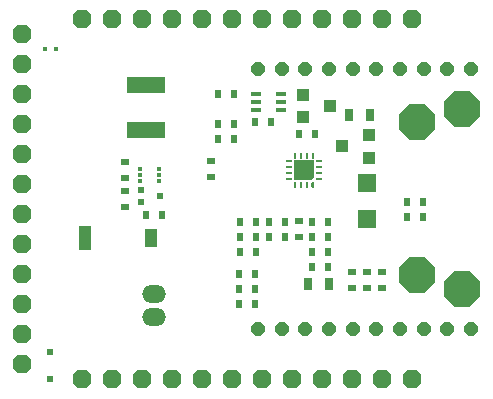
<source format=gbr>
%FSLAX23Y23*%
%MOIN*%
G70*
G01*
G75*
G04 Layer_Color=8388736*
%ADD10R,0.024X0.024*%
%ADD11R,0.012X0.016*%
%ADD12R,0.126X0.055*%
%ADD13R,0.031X0.024*%
%ADD14R,0.018X0.012*%
%ADD15R,0.024X0.020*%
%ADD16R,0.024X0.031*%
%ADD17R,0.039X0.039*%
%ADD18R,0.033X0.014*%
%ADD19R,0.028X0.039*%
%ADD20R,0.039X0.079*%
%ADD21R,0.039X0.063*%
%ADD22R,0.059X0.059*%
%ADD23R,0.020X0.010*%
%ADD24R,0.010X0.020*%
G04:AMPARAMS|DCode=25|XSize=20mil|YSize=10mil|CornerRadius=0mil|HoleSize=0mil|Usage=FLASHONLY|Rotation=90.000|XOffset=0mil|YOffset=0mil|HoleType=Round|Shape=Octagon|*
%AMOCTAGOND25*
4,1,8,0.002,0.010,-0.002,0.010,-0.005,0.007,-0.005,-0.007,-0.002,-0.010,0.002,-0.010,0.005,-0.007,0.005,0.007,0.002,0.010,0.0*
%
%ADD25OCTAGOND25*%

%ADD26R,0.039X0.039*%
%ADD27C,0.010*%
%ADD28C,0.010*%
%ADD29C,0.012*%
%ADD30C,0.020*%
%ADD31C,0.016*%
%ADD32C,0.014*%
%ADD33P,0.068X8X292.5*%
%ADD34P,0.051X8X202.5*%
%ADD35P,0.068X8X202.5*%
%ADD36O,0.079X0.059*%
%ADD37P,0.128X8X22.5*%
%ADD38C,0.059*%
%ADD39C,0.024*%
%ADD40C,0.026*%
%ADD41C,0.006*%
%ADD42C,0.004*%
%ADD43C,0.008*%
%ADD44C,0.005*%
G36*
X-327Y673D02*
X-336Y663D01*
X-393D01*
Y730D01*
X-327D01*
Y673D01*
D02*
G37*
D10*
X-1205Y0D02*
D03*
Y92D02*
D03*
D11*
X-1188Y1102D02*
D03*
X-1224D02*
D03*
D12*
X-885Y831D02*
D03*
Y981D02*
D03*
D13*
X-958Y670D02*
D03*
Y723D02*
D03*
Y628D02*
D03*
Y575D02*
D03*
X-671Y673D02*
D03*
Y726D02*
D03*
X-378Y528D02*
D03*
Y475D02*
D03*
X-201Y304D02*
D03*
Y357D02*
D03*
X-151D02*
D03*
Y304D02*
D03*
X-101D02*
D03*
Y357D02*
D03*
D14*
X-844Y700D02*
D03*
Y680D02*
D03*
Y660D02*
D03*
X-906D02*
D03*
Y680D02*
D03*
Y700D02*
D03*
D15*
X-902Y630D02*
D03*
Y590D02*
D03*
X-840Y610D02*
D03*
D16*
X-885Y549D02*
D03*
X-832D02*
D03*
X-522Y858D02*
D03*
X-469D02*
D03*
X-647Y950D02*
D03*
X-594D02*
D03*
Y850D02*
D03*
X-647D02*
D03*
Y800D02*
D03*
X-594D02*
D03*
X-332Y524D02*
D03*
X-279D02*
D03*
X-332Y424D02*
D03*
X-279D02*
D03*
X-424Y474D02*
D03*
X-477D02*
D03*
X-424Y525D02*
D03*
X-477D02*
D03*
X-521D02*
D03*
X-574D02*
D03*
X-521Y475D02*
D03*
X-574D02*
D03*
X-521Y425D02*
D03*
X-574D02*
D03*
X-575Y352D02*
D03*
X-522D02*
D03*
Y302D02*
D03*
X-575D02*
D03*
X-575Y252D02*
D03*
X-522D02*
D03*
X-17Y540D02*
D03*
X36D02*
D03*
Y590D02*
D03*
X-17D02*
D03*
X-376Y817D02*
D03*
X-323D02*
D03*
X-279Y374D02*
D03*
X-332D02*
D03*
X-332Y474D02*
D03*
X-279D02*
D03*
D17*
X-274Y912D02*
D03*
X-364Y875D02*
D03*
Y949D02*
D03*
X-233Y776D02*
D03*
X-143Y813D02*
D03*
Y739D02*
D03*
D18*
X-521Y950D02*
D03*
Y924D02*
D03*
Y898D02*
D03*
X-435D02*
D03*
Y924D02*
D03*
Y950D02*
D03*
D19*
X-276Y316D02*
D03*
X-346D02*
D03*
X-210Y881D02*
D03*
X-140D02*
D03*
D20*
X-1090Y470D02*
D03*
D21*
X-870D02*
D03*
D22*
X-150Y534D02*
D03*
Y655D02*
D03*
D23*
X-311Y667D02*
D03*
Y686D02*
D03*
Y706D02*
D03*
Y726D02*
D03*
X-409D02*
D03*
Y706D02*
D03*
Y686D02*
D03*
Y667D02*
D03*
D24*
X-330Y745D02*
D03*
X-350D02*
D03*
X-390D02*
D03*
Y647D02*
D03*
X-370D02*
D03*
X-350D02*
D03*
X-370Y745D02*
D03*
D25*
X-330Y647D02*
D03*
D26*
X-360Y696D02*
D03*
D33*
X-1300Y1150D02*
D03*
Y1050D02*
D03*
Y950D02*
D03*
Y850D02*
D03*
Y750D02*
D03*
Y650D02*
D03*
Y550D02*
D03*
Y450D02*
D03*
Y350D02*
D03*
Y250D02*
D03*
Y150D02*
D03*
Y50D02*
D03*
D34*
X-512Y169D02*
D03*
X-434D02*
D03*
X-355D02*
D03*
X-276D02*
D03*
X-197D02*
D03*
X-119D02*
D03*
X-40D02*
D03*
X39D02*
D03*
X117D02*
D03*
X196D02*
D03*
X-512Y1035D02*
D03*
X-434D02*
D03*
X-355D02*
D03*
X-276D02*
D03*
X-197D02*
D03*
X-119D02*
D03*
X-40D02*
D03*
X39D02*
D03*
X117D02*
D03*
X196D02*
D03*
D35*
X-1100Y1200D02*
D03*
X-1000D02*
D03*
X-900D02*
D03*
X-800D02*
D03*
X-700D02*
D03*
X-600D02*
D03*
X-500D02*
D03*
X-400D02*
D03*
X-300D02*
D03*
X-200D02*
D03*
X-100D02*
D03*
X0D02*
D03*
Y0D02*
D03*
X-100D02*
D03*
X-200D02*
D03*
X-300D02*
D03*
X-400D02*
D03*
X-500D02*
D03*
X-600D02*
D03*
X-700D02*
D03*
X-800D02*
D03*
X-900D02*
D03*
X-1000D02*
D03*
X-1100D02*
D03*
D36*
X-860Y284D02*
D03*
Y206D02*
D03*
D37*
X18Y347D02*
D03*
Y858D02*
D03*
X168Y302D02*
D03*
Y902D02*
D03*
M02*

</source>
